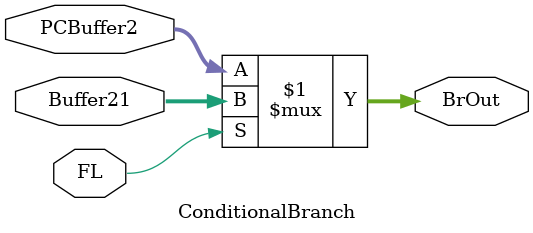
<source format=v>
`timescale 1ns / 1ps

module ConditionalBranch(
    input [15:0]     PCBuffer2,  //PC+1 value 
    input [15:0]     Buffer21,   //Branch Address
    input           FL,         //Flag Register module input of that particular Flag
    output [15:0]    BrOut       //Branch output to PC
    );
assign BrOut = (FL)?Buffer21:PCBuffer2;
endmodule

</source>
